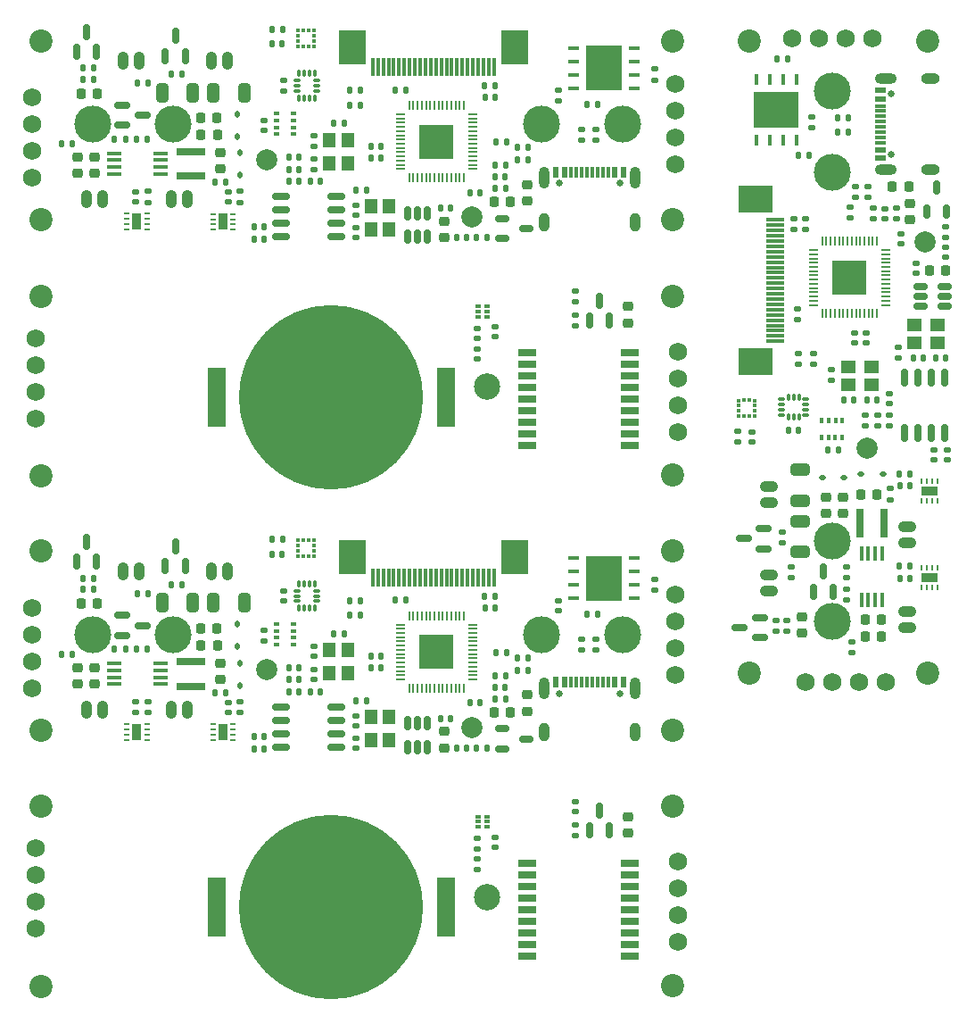
<source format=gbr>
%TF.GenerationSoftware,KiCad,Pcbnew,8.0.2*%
%TF.CreationDate,2024-05-13T13:54:01+09:00*%
%TF.ProjectId,ikafly_rev1a_p,696b6166-6c79-45f7-9265-7631615f702e,rev?*%
%TF.SameCoordinates,Original*%
%TF.FileFunction,Soldermask,Top*%
%TF.FilePolarity,Negative*%
%FSLAX46Y46*%
G04 Gerber Fmt 4.6, Leading zero omitted, Abs format (unit mm)*
G04 Created by KiCad (PCBNEW 8.0.2) date 2024-05-13 13:54:01*
%MOMM*%
%LPD*%
G01*
G04 APERTURE LIST*
G04 Aperture macros list*
%AMRoundRect*
0 Rectangle with rounded corners*
0 $1 Rounding radius*
0 $2 $3 $4 $5 $6 $7 $8 $9 X,Y pos of 4 corners*
0 Add a 4 corners polygon primitive as box body*
4,1,4,$2,$3,$4,$5,$6,$7,$8,$9,$2,$3,0*
0 Add four circle primitives for the rounded corners*
1,1,$1+$1,$2,$3*
1,1,$1+$1,$4,$5*
1,1,$1+$1,$6,$7*
1,1,$1+$1,$8,$9*
0 Add four rect primitives between the rounded corners*
20,1,$1+$1,$2,$3,$4,$5,0*
20,1,$1+$1,$4,$5,$6,$7,0*
20,1,$1+$1,$6,$7,$8,$9,0*
20,1,$1+$1,$8,$9,$2,$3,0*%
G04 Aperture macros list end*
%ADD10RoundRect,0.140000X-0.170000X0.140000X-0.170000X-0.140000X0.170000X-0.140000X0.170000X0.140000X0*%
%ADD11RoundRect,0.135000X0.185000X-0.135000X0.185000X0.135000X-0.185000X0.135000X-0.185000X-0.135000X0*%
%ADD12RoundRect,0.135000X0.135000X0.185000X-0.135000X0.185000X-0.135000X-0.185000X0.135000X-0.185000X0*%
%ADD13RoundRect,0.225000X-0.250000X0.225000X-0.250000X-0.225000X0.250000X-0.225000X0.250000X0.225000X0*%
%ADD14R,3.200000X2.500000*%
%ADD15R,1.800000X0.350000*%
%ADD16RoundRect,0.140000X0.170000X-0.140000X0.170000X0.140000X-0.170000X0.140000X-0.170000X-0.140000X0*%
%ADD17C,2.000000*%
%ADD18RoundRect,0.150000X0.150000X-0.512500X0.150000X0.512500X-0.150000X0.512500X-0.150000X-0.512500X0*%
%ADD19RoundRect,0.050000X-0.387500X-0.050000X0.387500X-0.050000X0.387500X0.050000X-0.387500X0.050000X0*%
%ADD20RoundRect,0.050000X-0.050000X-0.387500X0.050000X-0.387500X0.050000X0.387500X-0.050000X0.387500X0*%
%ADD21R,3.200000X3.200000*%
%ADD22RoundRect,0.135000X-0.185000X0.135000X-0.185000X-0.135000X0.185000X-0.135000X0.185000X0.135000X0*%
%ADD23RoundRect,0.140000X0.140000X0.170000X-0.140000X0.170000X-0.140000X-0.170000X0.140000X-0.170000X0*%
%ADD24RoundRect,0.150000X0.512500X0.150000X-0.512500X0.150000X-0.512500X-0.150000X0.512500X-0.150000X0*%
%ADD25C,2.200000*%
%ADD26RoundRect,0.150000X0.150000X-0.587500X0.150000X0.587500X-0.150000X0.587500X-0.150000X-0.587500X0*%
%ADD27RoundRect,0.150000X0.587500X0.150000X-0.587500X0.150000X-0.587500X-0.150000X0.587500X-0.150000X0*%
%ADD28O,1.730000X1.030000*%
%ADD29C,1.750000*%
%ADD30C,0.650000*%
%ADD31R,1.140000X0.600000*%
%ADD32R,1.140000X0.300000*%
%ADD33O,2.100000X1.000000*%
%ADD34O,1.800000X1.000000*%
%ADD35R,0.450000X1.050000*%
%ADD36R,4.350000X3.450000*%
%ADD37R,0.250000X0.500000*%
%ADD38R,1.600000X0.900000*%
%ADD39RoundRect,0.147500X0.172500X-0.147500X0.172500X0.147500X-0.172500X0.147500X-0.172500X-0.147500X0*%
%ADD40RoundRect,0.140000X-0.140000X-0.170000X0.140000X-0.170000X0.140000X0.170000X-0.140000X0.170000X0*%
%ADD41R,0.350000X0.500000*%
%ADD42RoundRect,0.250000X-0.650000X0.325000X-0.650000X-0.325000X0.650000X-0.325000X0.650000X0.325000X0*%
%ADD43R,0.450000X1.425000*%
%ADD44RoundRect,0.147500X-0.172500X0.147500X-0.172500X-0.147500X0.172500X-0.147500X0.172500X0.147500X0*%
%ADD45RoundRect,0.150000X0.150000X-0.675000X0.150000X0.675000X-0.150000X0.675000X-0.150000X-0.675000X0*%
%ADD46RoundRect,0.225000X0.250000X-0.225000X0.250000X0.225000X-0.250000X0.225000X-0.250000X-0.225000X0*%
%ADD47RoundRect,0.225000X-0.225000X-0.250000X0.225000X-0.250000X0.225000X0.250000X-0.225000X0.250000X0*%
%ADD48R,1.400000X1.200000*%
%ADD49RoundRect,0.218750X0.256250X-0.218750X0.256250X0.218750X-0.256250X0.218750X-0.256250X-0.218750X0*%
%ADD50R,0.375000X0.350000*%
%ADD51R,0.350000X0.375000*%
%ADD52RoundRect,0.225000X0.225000X0.250000X-0.225000X0.250000X-0.225000X-0.250000X0.225000X-0.250000X0*%
%ADD53C,3.500000*%
%ADD54RoundRect,0.112500X0.187500X0.112500X-0.187500X0.112500X-0.187500X-0.112500X0.187500X-0.112500X0*%
%ADD55RoundRect,0.218750X-0.218750X-0.256250X0.218750X-0.256250X0.218750X0.256250X-0.218750X0.256250X0*%
%ADD56RoundRect,0.087500X-0.225000X-0.087500X0.225000X-0.087500X0.225000X0.087500X-0.225000X0.087500X0*%
%ADD57RoundRect,0.087500X-0.087500X-0.225000X0.087500X-0.225000X0.087500X0.225000X-0.087500X0.225000X0*%
%ADD58R,0.800000X2.700000*%
%ADD59RoundRect,0.112500X-0.187500X-0.112500X0.187500X-0.112500X0.187500X0.112500X-0.187500X0.112500X0*%
%ADD60RoundRect,0.135000X-0.135000X-0.185000X0.135000X-0.185000X0.135000X0.185000X-0.135000X0.185000X0*%
%ADD61R,2.500000X3.200000*%
%ADD62R,0.350000X1.800000*%
%ADD63RoundRect,0.150000X-0.512500X-0.150000X0.512500X-0.150000X0.512500X0.150000X-0.512500X0.150000X0*%
%ADD64RoundRect,0.050000X-0.050000X0.387500X-0.050000X-0.387500X0.050000X-0.387500X0.050000X0.387500X0*%
%ADD65RoundRect,0.050000X-0.387500X0.050000X-0.387500X-0.050000X0.387500X-0.050000X0.387500X0.050000X0*%
%ADD66R,1.750000X5.600000*%
%ADD67C,17.500000*%
%ADD68RoundRect,0.150000X-0.587500X-0.150000X0.587500X-0.150000X0.587500X0.150000X-0.587500X0.150000X0*%
%ADD69O,1.030000X1.730000*%
%ADD70R,0.600000X1.140000*%
%ADD71R,0.300000X1.140000*%
%ADD72O,1.000000X2.100000*%
%ADD73O,1.000000X1.800000*%
%ADD74R,1.050000X0.450000*%
%ADD75R,3.450000X4.350000*%
%ADD76R,0.500000X0.250000*%
%ADD77R,0.900000X1.600000*%
%ADD78R,0.600000X0.300000*%
%ADD79RoundRect,0.147500X-0.147500X-0.172500X0.147500X-0.172500X0.147500X0.172500X-0.147500X0.172500X0*%
%ADD80R,0.500000X0.350000*%
%ADD81RoundRect,0.250000X0.325000X0.650000X-0.325000X0.650000X-0.325000X-0.650000X0.325000X-0.650000X0*%
%ADD82R,1.425000X0.450000*%
%ADD83RoundRect,0.147500X0.147500X0.172500X-0.147500X0.172500X-0.147500X-0.172500X0.147500X-0.172500X0*%
%ADD84RoundRect,0.150000X-0.675000X-0.150000X0.675000X-0.150000X0.675000X0.150000X-0.675000X0.150000X0*%
%ADD85R,1.200000X1.400000*%
%ADD86RoundRect,0.112500X0.112500X-0.187500X0.112500X0.187500X-0.112500X0.187500X-0.112500X-0.187500X0*%
%ADD87RoundRect,0.218750X-0.256250X0.218750X-0.256250X-0.218750X0.256250X-0.218750X0.256250X0.218750X0*%
%ADD88RoundRect,0.087500X-0.087500X0.225000X-0.087500X-0.225000X0.087500X-0.225000X0.087500X0.225000X0*%
%ADD89RoundRect,0.087500X-0.225000X0.087500X-0.225000X-0.087500X0.225000X-0.087500X0.225000X0.087500X0*%
%ADD90R,2.700000X0.800000*%
%ADD91R,1.800000X0.800000*%
%ADD92C,2.500000*%
%ADD93RoundRect,0.112500X-0.112500X0.187500X-0.112500X-0.187500X0.112500X-0.187500X0.112500X0.187500X0*%
G04 APERTURE END LIST*
D10*
%TO.C,C25*%
X146300000Y-79490000D03*
X146300000Y-80450000D03*
%TD*%
D11*
%TO.C,R4*%
X153850000Y-74580000D03*
X153850000Y-73560000D03*
%TD*%
%TO.C,R9*%
X152100000Y-73030000D03*
X152100000Y-72010000D03*
%TD*%
D12*
%TO.C,R10*%
X155410000Y-49670000D03*
X154390000Y-49670000D03*
%TD*%
D13*
%TO.C,C39*%
X153300000Y-85645000D03*
X153300000Y-87195000D03*
%TD*%
D14*
%TO.C,J8*%
X146600000Y-72820000D03*
X146600000Y-57420000D03*
D15*
X148500000Y-70870000D03*
X148500000Y-70370000D03*
X148500000Y-69870000D03*
X148500000Y-69370000D03*
X148500000Y-68870000D03*
X148500000Y-68370000D03*
X148500000Y-67870000D03*
X148500000Y-67370000D03*
X148500000Y-66870000D03*
X148500000Y-66370000D03*
X148500000Y-65870000D03*
X148500000Y-65370000D03*
X148500000Y-64870000D03*
X148500000Y-64370000D03*
X148500000Y-63870000D03*
X148500000Y-63370000D03*
X148500000Y-62870000D03*
X148500000Y-62370000D03*
X148500000Y-61870000D03*
X148500000Y-61370000D03*
X148500000Y-60870000D03*
X148500000Y-60370000D03*
X148500000Y-59870000D03*
X148500000Y-59370000D03*
%TD*%
D16*
%TO.C,C10*%
X158900000Y-59250000D03*
X158900000Y-58290000D03*
%TD*%
D17*
%TO.C,AE2*%
X157250000Y-80970000D03*
%TD*%
D11*
%TO.C,R21*%
X155300000Y-93280000D03*
X155300000Y-92260000D03*
%TD*%
D16*
%TO.C,C28*%
X159350000Y-78850000D03*
X159350000Y-77890000D03*
%TD*%
D18*
%TO.C,IC12*%
X162850000Y-58545000D03*
X164750000Y-58545000D03*
X163800000Y-56270000D03*
%TD*%
D19*
%TO.C,IC2*%
X152125000Y-62220000D03*
X152125000Y-62620000D03*
X152125000Y-63020000D03*
X152125000Y-63420000D03*
X152125000Y-63820000D03*
X152125000Y-64220000D03*
X152125000Y-64620000D03*
X152125000Y-65020000D03*
X152125000Y-65420000D03*
X152125000Y-65820000D03*
X152125000Y-66220000D03*
X152125000Y-66620000D03*
X152125000Y-67020000D03*
X152125000Y-67420000D03*
D20*
X152962500Y-68257500D03*
X153362500Y-68257500D03*
X153762500Y-68257500D03*
X154162500Y-68257500D03*
X154562500Y-68257500D03*
X154962500Y-68257500D03*
X155362500Y-68257500D03*
X155762500Y-68257500D03*
X156162500Y-68257500D03*
X156562500Y-68257500D03*
X156962500Y-68257500D03*
X157362500Y-68257500D03*
X157762500Y-68257500D03*
X158162500Y-68257500D03*
D19*
X159000000Y-67420000D03*
X159000000Y-67020000D03*
X159000000Y-66620000D03*
X159000000Y-66220000D03*
X159000000Y-65820000D03*
X159000000Y-65420000D03*
X159000000Y-65020000D03*
X159000000Y-64620000D03*
X159000000Y-64220000D03*
X159000000Y-63820000D03*
X159000000Y-63420000D03*
X159000000Y-63020000D03*
X159000000Y-62620000D03*
X159000000Y-62220000D03*
D20*
X158162500Y-61382500D03*
X157762500Y-61382500D03*
X157362500Y-61382500D03*
X156962500Y-61382500D03*
X156562500Y-61382500D03*
X156162500Y-61382500D03*
X155762500Y-61382500D03*
X155362500Y-61382500D03*
X154962500Y-61382500D03*
X154562500Y-61382500D03*
X154162500Y-61382500D03*
X153762500Y-61382500D03*
X153362500Y-61382500D03*
X152962500Y-61382500D03*
D21*
X155562500Y-64820000D03*
%TD*%
D22*
%TO.C,R19*%
X149200000Y-88960000D03*
X149200000Y-89980000D03*
%TD*%
D17*
%TO.C,AE3*%
X162700000Y-61470000D03*
%TD*%
D23*
%TO.C,C32*%
X164680000Y-72460000D03*
X163720000Y-72460000D03*
%TD*%
%TO.C,C46*%
X161300000Y-84570000D03*
X160340000Y-84570000D03*
%TD*%
D24*
%TO.C,IC11*%
X164600000Y-67570000D03*
X164600000Y-66620000D03*
X164600000Y-65670000D03*
X162325000Y-65670000D03*
X162325000Y-66620000D03*
X162325000Y-67570000D03*
%TD*%
D11*
%TO.C,R15*%
X150650000Y-68780000D03*
X150650000Y-67760000D03*
%TD*%
D25*
%TO.C,H2*%
X163000000Y-102370000D03*
%TD*%
D22*
%TO.C,R2*%
X157300000Y-56160000D03*
X157300000Y-57180000D03*
%TD*%
D26*
%TO.C,Q3*%
X152100000Y-94607500D03*
X154000000Y-94607500D03*
X153050000Y-92732500D03*
%TD*%
D27*
%TO.C,Q2*%
X147435000Y-90550000D03*
X147435000Y-88650000D03*
X145560000Y-89600000D03*
%TD*%
D16*
%TO.C,C7*%
X160000000Y-59230000D03*
X160000000Y-58270000D03*
%TD*%
D22*
%TO.C,R1*%
X156100000Y-56160000D03*
X156100000Y-57180000D03*
%TD*%
D10*
%TO.C,C31*%
X164662500Y-61940000D03*
X164662500Y-62900000D03*
%TD*%
D22*
%TO.C,R24*%
X155800000Y-99360000D03*
X155800000Y-100380000D03*
%TD*%
D10*
%TO.C,C30*%
X164800000Y-81190000D03*
X164800000Y-82150000D03*
%TD*%
D28*
%TO.C,J1*%
X161000000Y-96522500D03*
X161000000Y-98022500D03*
%TD*%
D29*
%TO.C,J5*%
X151365000Y-103170000D03*
X153905000Y-103170000D03*
X156445000Y-103170000D03*
X158985000Y-103170000D03*
X150095000Y-42170000D03*
X152635000Y-42170000D03*
X155175000Y-42170000D03*
X157715000Y-42170000D03*
%TD*%
D12*
%TO.C,R27*%
X161310000Y-92170000D03*
X160290000Y-92170000D03*
%TD*%
D11*
%TO.C,R26*%
X148570000Y-98400000D03*
X148570000Y-97380000D03*
%TD*%
D30*
%TO.C,J6*%
X159520000Y-53180000D03*
X159520000Y-47400000D03*
D31*
X158450000Y-53490000D03*
X158450000Y-52690000D03*
D32*
X158450000Y-52040000D03*
X158450000Y-51540000D03*
X158450000Y-51040000D03*
X158450000Y-50540000D03*
X158450000Y-50040000D03*
X158450000Y-49540000D03*
X158450000Y-49040000D03*
X158450000Y-48540000D03*
D31*
X158450000Y-47890000D03*
X158450000Y-47090000D03*
D33*
X159020000Y-54610000D03*
D34*
X163200000Y-54610000D03*
D33*
X159020000Y-45970000D03*
D34*
X163200000Y-45970000D03*
%TD*%
D28*
%TO.C,J3*%
X147900000Y-94570000D03*
X147900000Y-93070000D03*
%TD*%
D27*
%TO.C,Q4*%
X147020000Y-98980000D03*
X147020000Y-97080000D03*
X145145000Y-98030000D03*
%TD*%
D35*
%TO.C,IC1*%
X150500000Y-46070000D03*
X149230000Y-46070000D03*
X147960000Y-46070000D03*
X146690000Y-46070000D03*
X146690000Y-51770000D03*
X147960000Y-51770000D03*
X149230000Y-51770000D03*
X150500000Y-51770000D03*
D36*
X148595000Y-48920000D03*
%TD*%
D37*
%TO.C,IC13*%
X162400000Y-94220000D03*
X162900000Y-94220000D03*
X163400000Y-94220000D03*
X163900000Y-94220000D03*
X163900000Y-92320000D03*
X163400000Y-92320000D03*
X162900000Y-92320000D03*
X162400000Y-92320000D03*
D38*
X163150000Y-93270000D03*
%TD*%
D22*
%TO.C,R25*%
X149630000Y-97370000D03*
X149630000Y-98390000D03*
%TD*%
D39*
%TO.C,L3*%
X159350000Y-76805000D03*
X159350000Y-75835000D03*
%TD*%
D25*
%TO.C,H1*%
X146000000Y-102370000D03*
%TD*%
D39*
%TO.C,L2*%
X157050000Y-78855000D03*
X157050000Y-77885000D03*
%TD*%
D25*
%TO.C,H4*%
X163000000Y-42370000D03*
%TD*%
D10*
%TO.C,C8*%
X156000000Y-70070000D03*
X156000000Y-71030000D03*
%TD*%
%TO.C,C29*%
X163600000Y-81190000D03*
X163600000Y-82150000D03*
%TD*%
D40*
%TO.C,C11*%
X150720000Y-53270000D03*
X151680000Y-53270000D03*
%TD*%
D22*
%TO.C,R23*%
X155300000Y-94350000D03*
X155300000Y-95370000D03*
%TD*%
D41*
%TO.C,IC9*%
X152919057Y-78375000D03*
X153569057Y-78375000D03*
X154219057Y-78375000D03*
X154869057Y-78375000D03*
X154859057Y-79975000D03*
X154209057Y-79975000D03*
X153559057Y-79975000D03*
X152909057Y-79975000D03*
%TD*%
D16*
%TO.C,C24*%
X144900000Y-80400000D03*
X144900000Y-79440000D03*
%TD*%
D23*
%TO.C,C44*%
X161280000Y-93370000D03*
X160320000Y-93370000D03*
%TD*%
D42*
%TO.C,C38*%
X150900000Y-83070000D03*
X150900000Y-86020000D03*
%TD*%
D25*
%TO.C,H3*%
X146000000Y-42370000D03*
%TD*%
D10*
%TO.C,C12*%
X160400000Y-60690000D03*
X160400000Y-61650000D03*
%TD*%
D42*
%TO.C,C37*%
X150900000Y-87920000D03*
X150900000Y-90870000D03*
%TD*%
D16*
%TO.C,C33*%
X161850000Y-64430000D03*
X161850000Y-63470000D03*
%TD*%
%TO.C,C27*%
X158200000Y-78850000D03*
X158200000Y-77890000D03*
%TD*%
D23*
%TO.C,C23*%
X150730000Y-79320000D03*
X149770000Y-79320000D03*
%TD*%
D43*
%TO.C,PS1*%
X158625000Y-90983000D03*
X157975000Y-90983000D03*
X157325000Y-90983000D03*
X156675000Y-90983000D03*
X156675000Y-95407000D03*
X157325000Y-95407000D03*
X157975000Y-95407000D03*
X158625000Y-95407000D03*
%TD*%
D40*
%TO.C,C34*%
X161600000Y-72460000D03*
X162560000Y-72460000D03*
%TD*%
D22*
%TO.C,R22*%
X159400000Y-84860000D03*
X159400000Y-85880000D03*
%TD*%
D13*
%TO.C,C41*%
X151000000Y-96995000D03*
X151000000Y-98545000D03*
%TD*%
D16*
%TO.C,C3*%
X155600000Y-59150000D03*
X155600000Y-58190000D03*
%TD*%
D44*
%TO.C,L4*%
X164680000Y-60025000D03*
X164680000Y-60995000D03*
%TD*%
D45*
%TO.C,IC10*%
X160790000Y-79595000D03*
X162060000Y-79595000D03*
X163330000Y-79595000D03*
X164600000Y-79595000D03*
X164600000Y-74345000D03*
X163330000Y-74345000D03*
X162060000Y-74345000D03*
X160790000Y-74345000D03*
%TD*%
D28*
%TO.C,J2*%
X161000000Y-88452500D03*
X161000000Y-89952500D03*
%TD*%
D23*
%TO.C,C26*%
X154480000Y-81220000D03*
X153520000Y-81220000D03*
%TD*%
D16*
%TO.C,C6*%
X151400000Y-60230000D03*
X151400000Y-59270000D03*
%TD*%
D46*
%TO.C,C36*%
X161300000Y-59345000D03*
X161300000Y-57795000D03*
%TD*%
D11*
%TO.C,R5*%
X152000000Y-50580000D03*
X152000000Y-49560000D03*
%TD*%
D47*
%TO.C,C40*%
X156625000Y-85370000D03*
X158175000Y-85370000D03*
%TD*%
D11*
%TO.C,R8*%
X150700000Y-73030000D03*
X150700000Y-72010000D03*
%TD*%
D12*
%TO.C,R3*%
X149710000Y-44070000D03*
X148690000Y-44070000D03*
%TD*%
D48*
%TO.C,Y2*%
X163900000Y-69310000D03*
X161700000Y-69310000D03*
X161700000Y-71010000D03*
X163900000Y-71010000D03*
%TD*%
D37*
%TO.C,IC14*%
X162420000Y-86020000D03*
X162920000Y-86020000D03*
X163420000Y-86020000D03*
X163920000Y-86020000D03*
X163920000Y-84120000D03*
X163420000Y-84120000D03*
X162920000Y-84120000D03*
X162420000Y-84120000D03*
D38*
X163170000Y-85070000D03*
%TD*%
D49*
%TO.C,F1*%
X154950000Y-87207500D03*
X154950000Y-85632500D03*
%TD*%
D48*
%TO.C,Y1*%
X155400000Y-74970000D03*
X157600000Y-74970000D03*
X157600000Y-73270000D03*
X155400000Y-73270000D03*
%TD*%
D12*
%TO.C,R28*%
X161310000Y-83470000D03*
X160290000Y-83470000D03*
%TD*%
D50*
%TO.C,IC8*%
X144987500Y-76482500D03*
X144987500Y-76982500D03*
X144987500Y-77482500D03*
X144987500Y-77982500D03*
D51*
X145500000Y-77995000D03*
X146000000Y-77995000D03*
D50*
X146512500Y-77982500D03*
X146512500Y-77482500D03*
X146512500Y-76982500D03*
X146512500Y-76482500D03*
D51*
X146000000Y-76470000D03*
X145500000Y-76470000D03*
%TD*%
D12*
%TO.C,R11*%
X155410000Y-51070000D03*
X154390000Y-51070000D03*
%TD*%
D16*
%TO.C,C4*%
X157800000Y-59230000D03*
X157800000Y-58270000D03*
%TD*%
D10*
%TO.C,C5*%
X157100000Y-70090000D03*
X157100000Y-71050000D03*
%TD*%
D52*
%TO.C,C42*%
X158575000Y-97270000D03*
X157025000Y-97270000D03*
%TD*%
D53*
%TO.C,BT1*%
X153900000Y-97470000D03*
X153900000Y-89820000D03*
X153900000Y-54820000D03*
X153900000Y-47170000D03*
%TD*%
D54*
%TO.C,D3*%
X155050000Y-83770000D03*
X152950000Y-83770000D03*
%TD*%
D55*
%TO.C,L5*%
X163112500Y-64120000D03*
X164687500Y-64120000D03*
%TD*%
D56*
%TO.C,IC7*%
X149087500Y-76370000D03*
X149087500Y-76870000D03*
X149087500Y-77370000D03*
X149087500Y-77870000D03*
D57*
X149750000Y-78032500D03*
X150250000Y-78032500D03*
X150750000Y-78032500D03*
D56*
X151412500Y-77870000D03*
X151412500Y-77370000D03*
X151412500Y-76870000D03*
X151412500Y-76370000D03*
D57*
X150750000Y-76207500D03*
X150250000Y-76207500D03*
X149750000Y-76207500D03*
%TD*%
D28*
%TO.C,J4*%
X147900000Y-86157500D03*
X147900000Y-84657500D03*
%TD*%
D16*
%TO.C,C9*%
X150300000Y-60250000D03*
X150300000Y-59290000D03*
%TD*%
D52*
%TO.C,C43*%
X158575000Y-98870000D03*
X157025000Y-98870000D03*
%TD*%
D22*
%TO.C,R20*%
X150000000Y-92230000D03*
X150000000Y-93250000D03*
%TD*%
D58*
%TO.C,L6*%
X156500000Y-88095000D03*
X158800000Y-88095000D03*
%TD*%
D11*
%TO.C,R16*%
X160200000Y-72470000D03*
X160200000Y-71450000D03*
%TD*%
D52*
%TO.C,C35*%
X161175000Y-56170000D03*
X159625000Y-56170000D03*
%TD*%
D59*
%TO.C,D4*%
X156650000Y-83470000D03*
X158750000Y-83470000D03*
%TD*%
D40*
%TO.C,C2*%
X157220000Y-76420000D03*
X158180000Y-76420000D03*
%TD*%
D23*
%TO.C,C1*%
X155980000Y-76420000D03*
X155020000Y-76420000D03*
%TD*%
%TO.C,C25*%
X101680000Y-91075000D03*
X100720000Y-91075000D03*
%TD*%
D60*
%TO.C,R4*%
X106590000Y-98625000D03*
X107610000Y-98625000D03*
%TD*%
%TO.C,R9*%
X108140000Y-96875000D03*
X109160000Y-96875000D03*
%TD*%
D11*
%TO.C,R10*%
X131500000Y-100185000D03*
X131500000Y-99165000D03*
%TD*%
D52*
%TO.C,C39*%
X95525000Y-98075000D03*
X93975000Y-98075000D03*
%TD*%
D61*
%TO.C,J8*%
X108350000Y-91375000D03*
X123750000Y-91375000D03*
D62*
X110300000Y-93275000D03*
X110800000Y-93275000D03*
X111300000Y-93275000D03*
X111800000Y-93275000D03*
X112300000Y-93275000D03*
X112800000Y-93275000D03*
X113300000Y-93275000D03*
X113800000Y-93275000D03*
X114300000Y-93275000D03*
X114800000Y-93275000D03*
X115300000Y-93275000D03*
X115800000Y-93275000D03*
X116300000Y-93275000D03*
X116800000Y-93275000D03*
X117300000Y-93275000D03*
X117800000Y-93275000D03*
X118300000Y-93275000D03*
X118800000Y-93275000D03*
X119300000Y-93275000D03*
X119800000Y-93275000D03*
X120300000Y-93275000D03*
X120800000Y-93275000D03*
X121300000Y-93275000D03*
X121800000Y-93275000D03*
%TD*%
D40*
%TO.C,C10*%
X121920000Y-103675000D03*
X122880000Y-103675000D03*
%TD*%
D17*
%TO.C,AE2*%
X100200000Y-102025000D03*
%TD*%
D60*
%TO.C,R21*%
X87890000Y-100075000D03*
X88910000Y-100075000D03*
%TD*%
D40*
%TO.C,C28*%
X102320000Y-104125000D03*
X103280000Y-104125000D03*
%TD*%
D63*
%TO.C,IC12*%
X122625000Y-107625000D03*
X122625000Y-109525000D03*
X124900000Y-108575000D03*
%TD*%
D64*
%TO.C,IC2*%
X118950000Y-96900000D03*
X118550000Y-96900000D03*
X118150000Y-96900000D03*
X117750000Y-96900000D03*
X117350000Y-96900000D03*
X116950000Y-96900000D03*
X116550000Y-96900000D03*
X116150000Y-96900000D03*
X115750000Y-96900000D03*
X115350000Y-96900000D03*
X114950000Y-96900000D03*
X114550000Y-96900000D03*
X114150000Y-96900000D03*
X113750000Y-96900000D03*
D65*
X112912500Y-97737500D03*
X112912500Y-98137500D03*
X112912500Y-98537500D03*
X112912500Y-98937500D03*
X112912500Y-99337500D03*
X112912500Y-99737500D03*
X112912500Y-100137500D03*
X112912500Y-100537500D03*
X112912500Y-100937500D03*
X112912500Y-101337500D03*
X112912500Y-101737500D03*
X112912500Y-102137500D03*
X112912500Y-102537500D03*
X112912500Y-102937500D03*
D64*
X113750000Y-103775000D03*
X114150000Y-103775000D03*
X114550000Y-103775000D03*
X114950000Y-103775000D03*
X115350000Y-103775000D03*
X115750000Y-103775000D03*
X116150000Y-103775000D03*
X116550000Y-103775000D03*
X116950000Y-103775000D03*
X117350000Y-103775000D03*
X117750000Y-103775000D03*
X118150000Y-103775000D03*
X118550000Y-103775000D03*
X118950000Y-103775000D03*
D65*
X119787500Y-102937500D03*
X119787500Y-102537500D03*
X119787500Y-102137500D03*
X119787500Y-101737500D03*
X119787500Y-101337500D03*
X119787500Y-100937500D03*
X119787500Y-100537500D03*
X119787500Y-100137500D03*
X119787500Y-99737500D03*
X119787500Y-99337500D03*
X119787500Y-98937500D03*
X119787500Y-98537500D03*
X119787500Y-98137500D03*
X119787500Y-97737500D03*
D21*
X116350000Y-100337500D03*
%TD*%
D12*
%TO.C,R19*%
X92210000Y-93975000D03*
X91190000Y-93975000D03*
%TD*%
D17*
%TO.C,AE3*%
X119700000Y-107475000D03*
%TD*%
D16*
%TO.C,C32*%
X108710000Y-109455000D03*
X108710000Y-108495000D03*
%TD*%
D66*
%TO.C,BT2*%
X95475000Y-124555000D03*
X117225000Y-124555000D03*
D67*
X106350000Y-124555000D03*
%TD*%
D16*
%TO.C,C46*%
X96600000Y-106075000D03*
X96600000Y-105115000D03*
%TD*%
D18*
%TO.C,IC11*%
X113600000Y-109375000D03*
X114550000Y-109375000D03*
X115500000Y-109375000D03*
X115500000Y-107100000D03*
X114550000Y-107100000D03*
X113600000Y-107100000D03*
%TD*%
D60*
%TO.C,R15*%
X112390000Y-95425000D03*
X113410000Y-95425000D03*
%TD*%
D25*
%TO.C,H2*%
X78800000Y-107775000D03*
%TD*%
%TO.C,H5*%
X78800000Y-114975000D03*
%TD*%
D12*
%TO.C,R2*%
X125010000Y-102075000D03*
X123990000Y-102075000D03*
%TD*%
D68*
%TO.C,Q3*%
X86562500Y-96875000D03*
X86562500Y-98775000D03*
X88437500Y-97825000D03*
%TD*%
D26*
%TO.C,Q2*%
X90620000Y-92210000D03*
X92520000Y-92210000D03*
X91570000Y-90335000D03*
%TD*%
D40*
%TO.C,C7*%
X121940000Y-104775000D03*
X122900000Y-104775000D03*
%TD*%
D22*
%TO.C,R12*%
X129550000Y-116765000D03*
X129550000Y-117785000D03*
%TD*%
D16*
%TO.C,C15*%
X129550000Y-115485000D03*
X129550000Y-114525000D03*
%TD*%
D12*
%TO.C,R1*%
X125010000Y-100875000D03*
X123990000Y-100875000D03*
%TD*%
D23*
%TO.C,C31*%
X119230000Y-109437500D03*
X118270000Y-109437500D03*
%TD*%
D12*
%TO.C,R24*%
X81810000Y-100575000D03*
X80790000Y-100575000D03*
%TD*%
D23*
%TO.C,C30*%
X99980000Y-109575000D03*
X99020000Y-109575000D03*
%TD*%
D69*
%TO.C,J1*%
X84647500Y-105775000D03*
X83147500Y-105775000D03*
%TD*%
D29*
%TO.C,J5*%
X78000000Y-96140000D03*
X78000000Y-98680000D03*
X78000000Y-101220000D03*
X78000000Y-103760000D03*
X139000000Y-94870000D03*
X139000000Y-97410000D03*
X139000000Y-99950000D03*
X139000000Y-102490000D03*
%TD*%
D11*
%TO.C,R27*%
X89000000Y-106085000D03*
X89000000Y-105065000D03*
%TD*%
D60*
%TO.C,R26*%
X82770000Y-93345000D03*
X83790000Y-93345000D03*
%TD*%
D30*
%TO.C,J6*%
X127990000Y-104295000D03*
X133770000Y-104295000D03*
D70*
X127680000Y-103225000D03*
X128480000Y-103225000D03*
D71*
X129130000Y-103225000D03*
X129630000Y-103225000D03*
X130130000Y-103225000D03*
X130630000Y-103225000D03*
X131130000Y-103225000D03*
X131630000Y-103225000D03*
X132130000Y-103225000D03*
X132630000Y-103225000D03*
D70*
X133280000Y-103225000D03*
X134080000Y-103225000D03*
D72*
X126560000Y-103795000D03*
D73*
X126560000Y-107975000D03*
D72*
X135200000Y-103795000D03*
D73*
X135200000Y-107975000D03*
%TD*%
D69*
%TO.C,J3*%
X86600000Y-92675000D03*
X88100000Y-92675000D03*
%TD*%
D26*
%TO.C,Q4*%
X82190000Y-91795000D03*
X84090000Y-91795000D03*
X83140000Y-89920000D03*
%TD*%
D46*
%TO.C,C16*%
X134550000Y-117525000D03*
X134550000Y-115975000D03*
%TD*%
D74*
%TO.C,IC1*%
X135100000Y-95275000D03*
X135100000Y-94005000D03*
X135100000Y-92735000D03*
X135100000Y-91465000D03*
X129400000Y-91465000D03*
X129400000Y-92735000D03*
X129400000Y-94005000D03*
X129400000Y-95275000D03*
D75*
X132250000Y-93370000D03*
%TD*%
D76*
%TO.C,IC13*%
X86950000Y-107175000D03*
X86950000Y-107675000D03*
X86950000Y-108175000D03*
X86950000Y-108675000D03*
X88850000Y-108675000D03*
X88850000Y-108175000D03*
X88850000Y-107675000D03*
X88850000Y-107175000D03*
D77*
X87900000Y-107925000D03*
%TD*%
D12*
%TO.C,R25*%
X83800000Y-94405000D03*
X82780000Y-94405000D03*
%TD*%
D78*
%TO.C,IC3*%
X120280000Y-115937500D03*
X120280000Y-116427500D03*
X120280000Y-116947500D03*
X121120000Y-116937500D03*
X121120000Y-116437500D03*
X121120000Y-115937500D03*
%TD*%
D79*
%TO.C,L3*%
X104365000Y-104125000D03*
X105335000Y-104125000D03*
%TD*%
D25*
%TO.C,H1*%
X78800000Y-90775000D03*
%TD*%
D79*
%TO.C,L2*%
X102315000Y-101825000D03*
X103285000Y-101825000D03*
%TD*%
D25*
%TO.C,H4*%
X138800000Y-107775000D03*
%TD*%
D23*
%TO.C,C8*%
X111100000Y-100775000D03*
X110140000Y-100775000D03*
%TD*%
%TO.C,C29*%
X99980000Y-108375000D03*
X99020000Y-108375000D03*
%TD*%
D10*
%TO.C,C11*%
X127900000Y-95495000D03*
X127900000Y-96455000D03*
%TD*%
D12*
%TO.C,R23*%
X86820000Y-100075000D03*
X85800000Y-100075000D03*
%TD*%
D80*
%TO.C,IC9*%
X102795000Y-97694057D03*
X102795000Y-98344057D03*
X102795000Y-98994057D03*
X102795000Y-99644057D03*
X101195000Y-99634057D03*
X101195000Y-98984057D03*
X101195000Y-98334057D03*
X101195000Y-97684057D03*
%TD*%
D40*
%TO.C,C24*%
X100770000Y-89675000D03*
X101730000Y-89675000D03*
%TD*%
D16*
%TO.C,C44*%
X87800000Y-106055000D03*
X87800000Y-105095000D03*
%TD*%
%TO.C,C13*%
X120200000Y-120955000D03*
X120200000Y-119995000D03*
%TD*%
D81*
%TO.C,C38*%
X98100000Y-95675000D03*
X95150000Y-95675000D03*
%TD*%
D25*
%TO.C,H3*%
X138800000Y-90775000D03*
%TD*%
D23*
%TO.C,C12*%
X120480000Y-105175000D03*
X119520000Y-105175000D03*
%TD*%
D81*
%TO.C,C37*%
X93250000Y-95675000D03*
X90300000Y-95675000D03*
%TD*%
D40*
%TO.C,C33*%
X116740000Y-106625000D03*
X117700000Y-106625000D03*
%TD*%
%TO.C,C27*%
X102320000Y-102975000D03*
X103280000Y-102975000D03*
%TD*%
D16*
%TO.C,C23*%
X101850000Y-95505000D03*
X101850000Y-94545000D03*
%TD*%
D39*
%TO.C,L1*%
X120200000Y-118995000D03*
X120200000Y-118025000D03*
%TD*%
D82*
%TO.C,PS1*%
X90187000Y-103400000D03*
X90187000Y-102750000D03*
X90187000Y-102100000D03*
X90187000Y-101450000D03*
X85763000Y-101450000D03*
X85763000Y-102100000D03*
X85763000Y-102750000D03*
X85763000Y-103400000D03*
%TD*%
D10*
%TO.C,C34*%
X108710000Y-106375000D03*
X108710000Y-107335000D03*
%TD*%
D12*
%TO.C,R22*%
X96310000Y-104175000D03*
X95290000Y-104175000D03*
%TD*%
D52*
%TO.C,C41*%
X84175000Y-95775000D03*
X82625000Y-95775000D03*
%TD*%
D40*
%TO.C,C3*%
X122020000Y-100375000D03*
X122980000Y-100375000D03*
%TD*%
D83*
%TO.C,L4*%
X121145000Y-109455000D03*
X120175000Y-109455000D03*
%TD*%
D84*
%TO.C,IC10*%
X101575000Y-105565000D03*
X101575000Y-106835000D03*
X101575000Y-108105000D03*
X101575000Y-109375000D03*
X106825000Y-109375000D03*
X106825000Y-108105000D03*
X106825000Y-106835000D03*
X106825000Y-105565000D03*
%TD*%
D69*
%TO.C,J2*%
X92717500Y-105775000D03*
X91217500Y-105775000D03*
%TD*%
D16*
%TO.C,C26*%
X99950000Y-99255000D03*
X99950000Y-98295000D03*
%TD*%
D40*
%TO.C,C6*%
X120940000Y-96175000D03*
X121900000Y-96175000D03*
%TD*%
D47*
%TO.C,C36*%
X121825000Y-106075000D03*
X123375000Y-106075000D03*
%TD*%
D60*
%TO.C,R5*%
X130590000Y-96775000D03*
X131610000Y-96775000D03*
%TD*%
D13*
%TO.C,C40*%
X95800000Y-101400000D03*
X95800000Y-102950000D03*
%TD*%
D60*
%TO.C,R8*%
X108140000Y-95475000D03*
X109160000Y-95475000D03*
%TD*%
D11*
%TO.C,R3*%
X137100000Y-94485000D03*
X137100000Y-93465000D03*
%TD*%
D85*
%TO.C,Y2*%
X111860000Y-108675000D03*
X111860000Y-106475000D03*
X110160000Y-106475000D03*
X110160000Y-108675000D03*
%TD*%
D76*
%TO.C,IC14*%
X95150000Y-107195000D03*
X95150000Y-107695000D03*
X95150000Y-108195000D03*
X95150000Y-108695000D03*
X97050000Y-108695000D03*
X97050000Y-108195000D03*
X97050000Y-107695000D03*
X97050000Y-107195000D03*
D77*
X96100000Y-107945000D03*
%TD*%
D55*
%TO.C,F1*%
X93962500Y-99725000D03*
X95537500Y-99725000D03*
%TD*%
D25*
%TO.C,H7*%
X138800000Y-131975000D03*
%TD*%
D85*
%TO.C,Y1*%
X106200000Y-100175000D03*
X106200000Y-102375000D03*
X107900000Y-102375000D03*
X107900000Y-100175000D03*
%TD*%
D11*
%TO.C,R28*%
X97700000Y-106085000D03*
X97700000Y-105065000D03*
%TD*%
D51*
%TO.C,IC8*%
X104687500Y-89762500D03*
X104187500Y-89762500D03*
X103687500Y-89762500D03*
X103187500Y-89762500D03*
D50*
X103175000Y-90275000D03*
X103175000Y-90775000D03*
D51*
X103187500Y-91287500D03*
X103687500Y-91287500D03*
X104187500Y-91287500D03*
X104687500Y-91287500D03*
D50*
X104700000Y-90775000D03*
X104700000Y-90275000D03*
%TD*%
D26*
%TO.C,Q1*%
X130870000Y-117275000D03*
X132770000Y-117275000D03*
X131820000Y-115400000D03*
%TD*%
D11*
%TO.C,R11*%
X130100000Y-100185000D03*
X130100000Y-99165000D03*
%TD*%
D40*
%TO.C,C4*%
X121940000Y-102575000D03*
X122900000Y-102575000D03*
%TD*%
D23*
%TO.C,C5*%
X111080000Y-101875000D03*
X110120000Y-101875000D03*
%TD*%
D46*
%TO.C,C42*%
X83900000Y-103350000D03*
X83900000Y-101800000D03*
%TD*%
D53*
%TO.C,BT1*%
X83700000Y-98675000D03*
X91350000Y-98675000D03*
X126350000Y-98675000D03*
X134000000Y-98675000D03*
%TD*%
D29*
%TO.C,J7*%
X139300000Y-120245000D03*
X139300000Y-122785000D03*
X139300000Y-125325000D03*
X139300000Y-127865000D03*
X78300000Y-118975000D03*
X78300000Y-121515000D03*
X78300000Y-124055000D03*
X78300000Y-126595000D03*
%TD*%
D86*
%TO.C,D3*%
X97400000Y-99825000D03*
X97400000Y-97725000D03*
%TD*%
D87*
%TO.C,L5*%
X117050000Y-107887500D03*
X117050000Y-109462500D03*
%TD*%
D88*
%TO.C,IC7*%
X104800000Y-93862500D03*
X104300000Y-93862500D03*
X103800000Y-93862500D03*
X103300000Y-93862500D03*
D89*
X103137500Y-94525000D03*
X103137500Y-95025000D03*
X103137500Y-95525000D03*
D88*
X103300000Y-96187500D03*
X103800000Y-96187500D03*
X104300000Y-96187500D03*
X104800000Y-96187500D03*
D89*
X104962500Y-95525000D03*
X104962500Y-95025000D03*
X104962500Y-94525000D03*
%TD*%
D69*
%TO.C,J4*%
X95012500Y-92675000D03*
X96512500Y-92675000D03*
%TD*%
D40*
%TO.C,C9*%
X120920000Y-95075000D03*
X121880000Y-95075000D03*
%TD*%
D46*
%TO.C,C43*%
X82300000Y-103350000D03*
X82300000Y-101800000D03*
%TD*%
D12*
%TO.C,R20*%
X88940000Y-94775000D03*
X87920000Y-94775000D03*
%TD*%
D90*
%TO.C,L6*%
X93075000Y-101275000D03*
X93075000Y-103575000D03*
%TD*%
D10*
%TO.C,C14*%
X121900000Y-117895000D03*
X121900000Y-118855000D03*
%TD*%
D91*
%TO.C,IC4*%
X134700000Y-129175000D03*
X134700000Y-128075000D03*
X134700000Y-126975000D03*
X134700000Y-125875000D03*
X134700000Y-124775000D03*
X134700000Y-123675000D03*
X134700000Y-122575000D03*
X134700000Y-121475000D03*
X134700000Y-120375000D03*
X125000000Y-120375000D03*
X125000000Y-121475000D03*
X125000000Y-122575000D03*
X125000000Y-123675000D03*
X125000000Y-124775000D03*
X125000000Y-125875000D03*
X125000000Y-126975000D03*
X125000000Y-128075000D03*
X125000000Y-129175000D03*
%TD*%
D92*
%TO.C,AE1*%
X121150000Y-123555000D03*
%TD*%
D60*
%TO.C,R16*%
X108700000Y-104975000D03*
X109720000Y-104975000D03*
%TD*%
D25*
%TO.C,H8*%
X138800000Y-114975000D03*
%TD*%
%TO.C,H6*%
X78800000Y-132075000D03*
%TD*%
D46*
%TO.C,C35*%
X125000000Y-105950000D03*
X125000000Y-104400000D03*
%TD*%
D93*
%TO.C,D4*%
X97700000Y-101425000D03*
X97700000Y-103525000D03*
%TD*%
D10*
%TO.C,C2*%
X104750000Y-101995000D03*
X104750000Y-102955000D03*
%TD*%
D16*
%TO.C,C1*%
X104750000Y-100755000D03*
X104750000Y-99795000D03*
%TD*%
D23*
%TO.C,C5*%
X111080000Y-53475000D03*
X110120000Y-53475000D03*
%TD*%
D55*
%TO.C,F1*%
X93962500Y-51325000D03*
X95537500Y-51325000D03*
%TD*%
D60*
%TO.C,R8*%
X108140000Y-47075000D03*
X109160000Y-47075000D03*
%TD*%
D46*
%TO.C,C42*%
X83900000Y-54950000D03*
X83900000Y-53400000D03*
%TD*%
D40*
%TO.C,C4*%
X121940000Y-54175000D03*
X122900000Y-54175000D03*
%TD*%
D11*
%TO.C,R3*%
X137100000Y-46085000D03*
X137100000Y-45065000D03*
%TD*%
D26*
%TO.C,Q1*%
X130870000Y-68875000D03*
X132770000Y-68875000D03*
X131820000Y-67000000D03*
%TD*%
D11*
%TO.C,R11*%
X130100000Y-51785000D03*
X130100000Y-50765000D03*
%TD*%
%TO.C,R28*%
X97700000Y-57685000D03*
X97700000Y-56665000D03*
%TD*%
D51*
%TO.C,IC8*%
X104687500Y-41362500D03*
X104187500Y-41362500D03*
X103687500Y-41362500D03*
X103187500Y-41362500D03*
D50*
X103175000Y-41875000D03*
X103175000Y-42375000D03*
D51*
X103187500Y-42887500D03*
X103687500Y-42887500D03*
X104187500Y-42887500D03*
X104687500Y-42887500D03*
D50*
X104700000Y-42375000D03*
X104700000Y-41875000D03*
%TD*%
D85*
%TO.C,Y2*%
X111860000Y-60275000D03*
X111860000Y-58075000D03*
X110160000Y-58075000D03*
X110160000Y-60275000D03*
%TD*%
%TO.C,Y1*%
X106200000Y-51775000D03*
X106200000Y-53975000D03*
X107900000Y-53975000D03*
X107900000Y-51775000D03*
%TD*%
D25*
%TO.C,H7*%
X138800000Y-83575000D03*
%TD*%
D76*
%TO.C,IC14*%
X95150000Y-58795000D03*
X95150000Y-59295000D03*
X95150000Y-59795000D03*
X95150000Y-60295000D03*
X97050000Y-60295000D03*
X97050000Y-59795000D03*
X97050000Y-59295000D03*
X97050000Y-58795000D03*
D77*
X96100000Y-59545000D03*
%TD*%
D23*
%TO.C,C31*%
X119230000Y-61037500D03*
X118270000Y-61037500D03*
%TD*%
D79*
%TO.C,L3*%
X104365000Y-55725000D03*
X105335000Y-55725000D03*
%TD*%
D69*
%TO.C,J1*%
X84647500Y-57375000D03*
X83147500Y-57375000D03*
%TD*%
D78*
%TO.C,IC3*%
X120280000Y-67537500D03*
X120280000Y-68027500D03*
X120280000Y-68547500D03*
X121120000Y-68537500D03*
X121120000Y-68037500D03*
X121120000Y-67537500D03*
%TD*%
D12*
%TO.C,R25*%
X83800000Y-46005000D03*
X82780000Y-46005000D03*
%TD*%
D76*
%TO.C,IC13*%
X86950000Y-58775000D03*
X86950000Y-59275000D03*
X86950000Y-59775000D03*
X86950000Y-60275000D03*
X88850000Y-60275000D03*
X88850000Y-59775000D03*
X88850000Y-59275000D03*
X88850000Y-58775000D03*
D77*
X87900000Y-59525000D03*
%TD*%
D26*
%TO.C,Q4*%
X82190000Y-43395000D03*
X84090000Y-43395000D03*
X83140000Y-41520000D03*
%TD*%
D74*
%TO.C,IC1*%
X135100000Y-46875000D03*
X135100000Y-45605000D03*
X135100000Y-44335000D03*
X135100000Y-43065000D03*
X129400000Y-43065000D03*
X129400000Y-44335000D03*
X129400000Y-45605000D03*
X129400000Y-46875000D03*
D75*
X132250000Y-44970000D03*
%TD*%
D23*
%TO.C,C30*%
X99980000Y-61175000D03*
X99020000Y-61175000D03*
%TD*%
D46*
%TO.C,C16*%
X134550000Y-69125000D03*
X134550000Y-67575000D03*
%TD*%
D25*
%TO.C,H1*%
X78800000Y-42375000D03*
%TD*%
D79*
%TO.C,L2*%
X102315000Y-53425000D03*
X103285000Y-53425000D03*
%TD*%
D12*
%TO.C,R24*%
X81810000Y-52175000D03*
X80790000Y-52175000D03*
%TD*%
D69*
%TO.C,J3*%
X86600000Y-44275000D03*
X88100000Y-44275000D03*
%TD*%
D30*
%TO.C,J6*%
X127990000Y-55895000D03*
X133770000Y-55895000D03*
D70*
X127680000Y-54825000D03*
X128480000Y-54825000D03*
D71*
X129130000Y-54825000D03*
X129630000Y-54825000D03*
X130130000Y-54825000D03*
X130630000Y-54825000D03*
X131130000Y-54825000D03*
X131630000Y-54825000D03*
X132130000Y-54825000D03*
X132630000Y-54825000D03*
D70*
X133280000Y-54825000D03*
X134080000Y-54825000D03*
D72*
X126560000Y-55395000D03*
D73*
X126560000Y-59575000D03*
D72*
X135200000Y-55395000D03*
D73*
X135200000Y-59575000D03*
%TD*%
D60*
%TO.C,R26*%
X82770000Y-44945000D03*
X83790000Y-44945000D03*
%TD*%
D11*
%TO.C,R27*%
X89000000Y-57685000D03*
X89000000Y-56665000D03*
%TD*%
D29*
%TO.C,J5*%
X78000000Y-47740000D03*
X78000000Y-50280000D03*
X78000000Y-52820000D03*
X78000000Y-55360000D03*
X139000000Y-46470000D03*
X139000000Y-49010000D03*
X139000000Y-51550000D03*
X139000000Y-54090000D03*
%TD*%
D10*
%TO.C,C2*%
X104750000Y-53595000D03*
X104750000Y-54555000D03*
%TD*%
D25*
%TO.C,H8*%
X138800000Y-66575000D03*
%TD*%
D90*
%TO.C,L6*%
X93075000Y-52875000D03*
X93075000Y-55175000D03*
%TD*%
D69*
%TO.C,J4*%
X95012500Y-44275000D03*
X96512500Y-44275000D03*
%TD*%
D60*
%TO.C,R16*%
X108700000Y-56575000D03*
X109720000Y-56575000D03*
%TD*%
D92*
%TO.C,AE1*%
X121150000Y-75155000D03*
%TD*%
D91*
%TO.C,IC4*%
X134700000Y-80775000D03*
X134700000Y-79675000D03*
X134700000Y-78575000D03*
X134700000Y-77475000D03*
X134700000Y-76375000D03*
X134700000Y-75275000D03*
X134700000Y-74175000D03*
X134700000Y-73075000D03*
X134700000Y-71975000D03*
X125000000Y-71975000D03*
X125000000Y-73075000D03*
X125000000Y-74175000D03*
X125000000Y-75275000D03*
X125000000Y-76375000D03*
X125000000Y-77475000D03*
X125000000Y-78575000D03*
X125000000Y-79675000D03*
X125000000Y-80775000D03*
%TD*%
D93*
%TO.C,D4*%
X97700000Y-53025000D03*
X97700000Y-55125000D03*
%TD*%
D46*
%TO.C,C43*%
X82300000Y-54950000D03*
X82300000Y-53400000D03*
%TD*%
%TO.C,C35*%
X125000000Y-57550000D03*
X125000000Y-56000000D03*
%TD*%
D16*
%TO.C,C1*%
X104750000Y-52355000D03*
X104750000Y-51395000D03*
%TD*%
D12*
%TO.C,R20*%
X88940000Y-46375000D03*
X87920000Y-46375000D03*
%TD*%
D88*
%TO.C,IC7*%
X104800000Y-45462500D03*
X104300000Y-45462500D03*
X103800000Y-45462500D03*
X103300000Y-45462500D03*
D89*
X103137500Y-46125000D03*
X103137500Y-46625000D03*
X103137500Y-47125000D03*
D88*
X103300000Y-47787500D03*
X103800000Y-47787500D03*
X104300000Y-47787500D03*
X104800000Y-47787500D03*
D89*
X104962500Y-47125000D03*
X104962500Y-46625000D03*
X104962500Y-46125000D03*
%TD*%
D10*
%TO.C,C14*%
X121900000Y-69495000D03*
X121900000Y-70455000D03*
%TD*%
D87*
%TO.C,L5*%
X117050000Y-59487500D03*
X117050000Y-61062500D03*
%TD*%
D40*
%TO.C,C9*%
X120920000Y-46675000D03*
X121880000Y-46675000D03*
%TD*%
D86*
%TO.C,D3*%
X97400000Y-51425000D03*
X97400000Y-49325000D03*
%TD*%
D25*
%TO.C,H6*%
X78800000Y-83675000D03*
%TD*%
D29*
%TO.C,J7*%
X139300000Y-71845000D03*
X139300000Y-74385000D03*
X139300000Y-76925000D03*
X139300000Y-79465000D03*
X78300000Y-70575000D03*
X78300000Y-73115000D03*
X78300000Y-75655000D03*
X78300000Y-78195000D03*
%TD*%
D53*
%TO.C,BT1*%
X83700000Y-50275000D03*
X91350000Y-50275000D03*
X126350000Y-50275000D03*
X134000000Y-50275000D03*
%TD*%
D16*
%TO.C,C26*%
X99950000Y-50855000D03*
X99950000Y-49895000D03*
%TD*%
D83*
%TO.C,L4*%
X121145000Y-61055000D03*
X120175000Y-61055000D03*
%TD*%
D13*
%TO.C,C40*%
X95800000Y-53000000D03*
X95800000Y-54550000D03*
%TD*%
D10*
%TO.C,C34*%
X108710000Y-57975000D03*
X108710000Y-58935000D03*
%TD*%
D40*
%TO.C,C3*%
X122020000Y-51975000D03*
X122980000Y-51975000D03*
%TD*%
D82*
%TO.C,PS1*%
X90187000Y-55000000D03*
X90187000Y-54350000D03*
X90187000Y-53700000D03*
X90187000Y-53050000D03*
X85763000Y-53050000D03*
X85763000Y-53700000D03*
X85763000Y-54350000D03*
X85763000Y-55000000D03*
%TD*%
D69*
%TO.C,J2*%
X92717500Y-57375000D03*
X91217500Y-57375000D03*
%TD*%
D84*
%TO.C,IC10*%
X101575000Y-57165000D03*
X101575000Y-58435000D03*
X101575000Y-59705000D03*
X101575000Y-60975000D03*
X106825000Y-60975000D03*
X106825000Y-59705000D03*
X106825000Y-58435000D03*
X106825000Y-57165000D03*
%TD*%
D52*
%TO.C,C41*%
X84175000Y-47375000D03*
X82625000Y-47375000D03*
%TD*%
D12*
%TO.C,R22*%
X96310000Y-55775000D03*
X95290000Y-55775000D03*
%TD*%
D60*
%TO.C,R5*%
X130590000Y-48375000D03*
X131610000Y-48375000D03*
%TD*%
D39*
%TO.C,L1*%
X120200000Y-70595000D03*
X120200000Y-69625000D03*
%TD*%
D47*
%TO.C,C36*%
X121825000Y-57675000D03*
X123375000Y-57675000D03*
%TD*%
D16*
%TO.C,C23*%
X101850000Y-47105000D03*
X101850000Y-46145000D03*
%TD*%
D40*
%TO.C,C27*%
X102320000Y-54575000D03*
X103280000Y-54575000D03*
%TD*%
%TO.C,C6*%
X120940000Y-47775000D03*
X121900000Y-47775000D03*
%TD*%
D23*
%TO.C,C29*%
X99980000Y-59975000D03*
X99020000Y-59975000D03*
%TD*%
%TO.C,C8*%
X111100000Y-52375000D03*
X110140000Y-52375000D03*
%TD*%
D25*
%TO.C,H4*%
X138800000Y-59375000D03*
%TD*%
D40*
%TO.C,C24*%
X100770000Y-41275000D03*
X101730000Y-41275000D03*
%TD*%
D81*
%TO.C,C37*%
X93250000Y-47275000D03*
X90300000Y-47275000D03*
%TD*%
D10*
%TO.C,C11*%
X127900000Y-47095000D03*
X127900000Y-48055000D03*
%TD*%
D23*
%TO.C,C12*%
X120480000Y-56775000D03*
X119520000Y-56775000D03*
%TD*%
D25*
%TO.C,H3*%
X138800000Y-42375000D03*
%TD*%
D12*
%TO.C,R23*%
X86820000Y-51675000D03*
X85800000Y-51675000D03*
%TD*%
D40*
%TO.C,C33*%
X116740000Y-58225000D03*
X117700000Y-58225000D03*
%TD*%
D80*
%TO.C,IC9*%
X102795000Y-49294057D03*
X102795000Y-49944057D03*
X102795000Y-50594057D03*
X102795000Y-51244057D03*
X101195000Y-51234057D03*
X101195000Y-50584057D03*
X101195000Y-49934057D03*
X101195000Y-49284057D03*
%TD*%
D81*
%TO.C,C38*%
X98100000Y-47275000D03*
X95150000Y-47275000D03*
%TD*%
D16*
%TO.C,C13*%
X120200000Y-72555000D03*
X120200000Y-71595000D03*
%TD*%
%TO.C,C44*%
X87800000Y-57655000D03*
X87800000Y-56695000D03*
%TD*%
D25*
%TO.C,H5*%
X78800000Y-66575000D03*
%TD*%
D68*
%TO.C,Q3*%
X86562500Y-48475000D03*
X86562500Y-50375000D03*
X88437500Y-49425000D03*
%TD*%
D60*
%TO.C,R15*%
X112390000Y-47025000D03*
X113410000Y-47025000D03*
%TD*%
D63*
%TO.C,IC12*%
X122625000Y-59225000D03*
X122625000Y-61125000D03*
X124900000Y-60175000D03*
%TD*%
D12*
%TO.C,R19*%
X92210000Y-45575000D03*
X91190000Y-45575000D03*
%TD*%
D16*
%TO.C,C32*%
X108710000Y-61055000D03*
X108710000Y-60095000D03*
%TD*%
D26*
%TO.C,Q2*%
X90620000Y-43810000D03*
X92520000Y-43810000D03*
X91570000Y-41935000D03*
%TD*%
D25*
%TO.C,H2*%
X78800000Y-59375000D03*
%TD*%
D12*
%TO.C,R1*%
X125010000Y-52475000D03*
X123990000Y-52475000D03*
%TD*%
%TO.C,R2*%
X125010000Y-53675000D03*
X123990000Y-53675000D03*
%TD*%
D22*
%TO.C,R12*%
X129550000Y-68365000D03*
X129550000Y-69385000D03*
%TD*%
D17*
%TO.C,AE3*%
X119700000Y-59075000D03*
%TD*%
D18*
%TO.C,IC11*%
X113600000Y-60975000D03*
X114550000Y-60975000D03*
X115500000Y-60975000D03*
X115500000Y-58700000D03*
X114550000Y-58700000D03*
X113600000Y-58700000D03*
%TD*%
D16*
%TO.C,C46*%
X96600000Y-57675000D03*
X96600000Y-56715000D03*
%TD*%
%TO.C,C15*%
X129550000Y-67085000D03*
X129550000Y-66125000D03*
%TD*%
D66*
%TO.C,BT2*%
X95475000Y-76155000D03*
X117225000Y-76155000D03*
D67*
X106350000Y-76155000D03*
%TD*%
D64*
%TO.C,IC2*%
X118950000Y-48500000D03*
X118550000Y-48500000D03*
X118150000Y-48500000D03*
X117750000Y-48500000D03*
X117350000Y-48500000D03*
X116950000Y-48500000D03*
X116550000Y-48500000D03*
X116150000Y-48500000D03*
X115750000Y-48500000D03*
X115350000Y-48500000D03*
X114950000Y-48500000D03*
X114550000Y-48500000D03*
X114150000Y-48500000D03*
X113750000Y-48500000D03*
D65*
X112912500Y-49337500D03*
X112912500Y-49737500D03*
X112912500Y-50137500D03*
X112912500Y-50537500D03*
X112912500Y-50937500D03*
X112912500Y-51337500D03*
X112912500Y-51737500D03*
X112912500Y-52137500D03*
X112912500Y-52537500D03*
X112912500Y-52937500D03*
X112912500Y-53337500D03*
X112912500Y-53737500D03*
X112912500Y-54137500D03*
X112912500Y-54537500D03*
D64*
X113750000Y-55375000D03*
X114150000Y-55375000D03*
X114550000Y-55375000D03*
X114950000Y-55375000D03*
X115350000Y-55375000D03*
X115750000Y-55375000D03*
X116150000Y-55375000D03*
X116550000Y-55375000D03*
X116950000Y-55375000D03*
X117350000Y-55375000D03*
X117750000Y-55375000D03*
X118150000Y-55375000D03*
X118550000Y-55375000D03*
X118950000Y-55375000D03*
D65*
X119787500Y-54537500D03*
X119787500Y-54137500D03*
X119787500Y-53737500D03*
X119787500Y-53337500D03*
X119787500Y-52937500D03*
X119787500Y-52537500D03*
X119787500Y-52137500D03*
X119787500Y-51737500D03*
X119787500Y-51337500D03*
X119787500Y-50937500D03*
X119787500Y-50537500D03*
X119787500Y-50137500D03*
X119787500Y-49737500D03*
X119787500Y-49337500D03*
D21*
X116350000Y-51937500D03*
%TD*%
D40*
%TO.C,C28*%
X102320000Y-55725000D03*
X103280000Y-55725000D03*
%TD*%
D60*
%TO.C,R21*%
X87890000Y-51675000D03*
X88910000Y-51675000D03*
%TD*%
D17*
%TO.C,AE2*%
X100200000Y-53625000D03*
%TD*%
D40*
%TO.C,C7*%
X121940000Y-56375000D03*
X122900000Y-56375000D03*
%TD*%
%TO.C,C10*%
X121920000Y-55275000D03*
X122880000Y-55275000D03*
%TD*%
D61*
%TO.C,J8*%
X108350000Y-42975000D03*
X123750000Y-42975000D03*
D62*
X110300000Y-44875000D03*
X110800000Y-44875000D03*
X111300000Y-44875000D03*
X111800000Y-44875000D03*
X112300000Y-44875000D03*
X112800000Y-44875000D03*
X113300000Y-44875000D03*
X113800000Y-44875000D03*
X114300000Y-44875000D03*
X114800000Y-44875000D03*
X115300000Y-44875000D03*
X115800000Y-44875000D03*
X116300000Y-44875000D03*
X116800000Y-44875000D03*
X117300000Y-44875000D03*
X117800000Y-44875000D03*
X118300000Y-44875000D03*
X118800000Y-44875000D03*
X119300000Y-44875000D03*
X119800000Y-44875000D03*
X120300000Y-44875000D03*
X120800000Y-44875000D03*
X121300000Y-44875000D03*
X121800000Y-44875000D03*
%TD*%
D52*
%TO.C,C39*%
X95525000Y-49675000D03*
X93975000Y-49675000D03*
%TD*%
D11*
%TO.C,R10*%
X131500000Y-51785000D03*
X131500000Y-50765000D03*
%TD*%
D23*
%TO.C,C25*%
X101680000Y-42675000D03*
X100720000Y-42675000D03*
%TD*%
D60*
%TO.C,R9*%
X108140000Y-48475000D03*
X109160000Y-48475000D03*
%TD*%
%TO.C,R4*%
X106590000Y-50225000D03*
X107610000Y-50225000D03*
%TD*%
M02*

</source>
